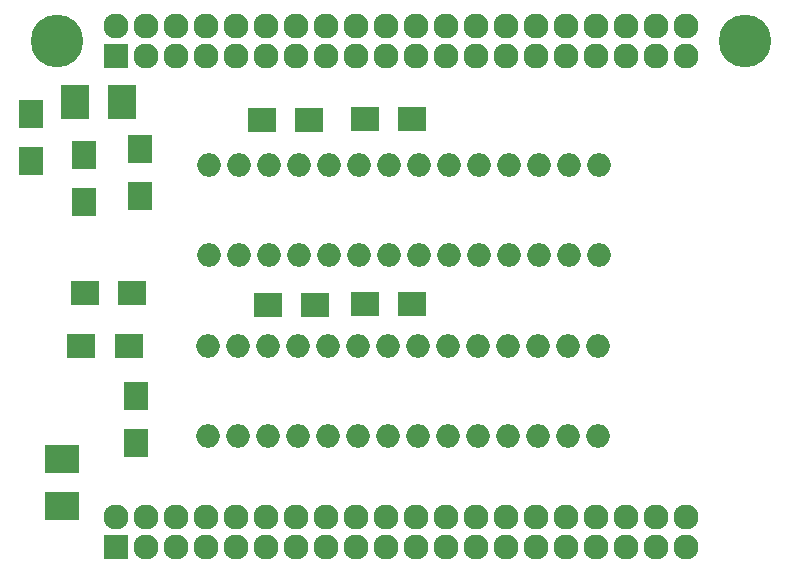
<source format=gbr>
G04 #@! TF.FileFunction,Soldermask,Top*
%FSLAX46Y46*%
G04 Gerber Fmt 4.6, Leading zero omitted, Abs format (unit mm)*
G04 Created by KiCad (PCBNEW 4.0.1-3.201512221401+6198~38~ubuntu15.10.1-stable) date Mon 19 Dec 2016 04:42:47 PM PST*
%MOMM*%
G01*
G04 APERTURE LIST*
%ADD10C,0.100000*%
%ADD11C,4.464000*%
%ADD12R,2.400000X2.000000*%
%ADD13R,2.400000X2.900000*%
%ADD14R,2.127200X2.127200*%
%ADD15O,2.127200X2.127200*%
%ADD16R,2.400000X2.100000*%
%ADD17R,2.100000X2.400000*%
%ADD18O,2.000000X2.000000*%
%ADD19R,2.900000X2.400000*%
%ADD20R,2.000000X2.400000*%
G04 APERTURE END LIST*
D10*
D11*
X100000000Y-50000000D03*
D12*
X121875000Y-72290000D03*
X117875000Y-72290000D03*
X126030000Y-72200000D03*
X130030000Y-72200000D03*
D13*
X105480000Y-55115000D03*
X101480000Y-55115000D03*
D12*
X121335000Y-56670000D03*
X117335000Y-56670000D03*
X126030000Y-56580000D03*
X130030000Y-56580000D03*
D14*
X105000000Y-92795000D03*
D15*
X105000000Y-90255000D03*
X107540000Y-92795000D03*
X107540000Y-90255000D03*
X110080000Y-92795000D03*
X110080000Y-90255000D03*
X112620000Y-92795000D03*
X112620000Y-90255000D03*
X115160000Y-92795000D03*
X115160000Y-90255000D03*
X117700000Y-92795000D03*
X117700000Y-90255000D03*
X120240000Y-92795000D03*
X120240000Y-90255000D03*
X122780000Y-92795000D03*
X122780000Y-90255000D03*
X125320000Y-92795000D03*
X125320000Y-90255000D03*
X127860000Y-92795000D03*
X127860000Y-90255000D03*
X130400000Y-92795000D03*
X130400000Y-90255000D03*
X132940000Y-92795000D03*
X132940000Y-90255000D03*
X135480000Y-92795000D03*
X135480000Y-90255000D03*
X138020000Y-92795000D03*
X138020000Y-90255000D03*
X140560000Y-92795000D03*
X140560000Y-90255000D03*
X143100000Y-92795000D03*
X143100000Y-90255000D03*
X145640000Y-92795000D03*
X145640000Y-90255000D03*
X148180000Y-92795000D03*
X148180000Y-90255000D03*
X150720000Y-92795000D03*
X150720000Y-90255000D03*
X153260000Y-92795000D03*
X153260000Y-90255000D03*
D14*
X105000000Y-51275000D03*
D15*
X105000000Y-48735000D03*
X107540000Y-51275000D03*
X107540000Y-48735000D03*
X110080000Y-51275000D03*
X110080000Y-48735000D03*
X112620000Y-51275000D03*
X112620000Y-48735000D03*
X115160000Y-51275000D03*
X115160000Y-48735000D03*
X117700000Y-51275000D03*
X117700000Y-48735000D03*
X120240000Y-51275000D03*
X120240000Y-48735000D03*
X122780000Y-51275000D03*
X122780000Y-48735000D03*
X125320000Y-51275000D03*
X125320000Y-48735000D03*
X127860000Y-51275000D03*
X127860000Y-48735000D03*
X130400000Y-51275000D03*
X130400000Y-48735000D03*
X132940000Y-51275000D03*
X132940000Y-48735000D03*
X135480000Y-51275000D03*
X135480000Y-48735000D03*
X138020000Y-51275000D03*
X138020000Y-48735000D03*
X140560000Y-51275000D03*
X140560000Y-48735000D03*
X143100000Y-51275000D03*
X143100000Y-48735000D03*
X145640000Y-51275000D03*
X145640000Y-48735000D03*
X148180000Y-51275000D03*
X148180000Y-48735000D03*
X150720000Y-51275000D03*
X150720000Y-48735000D03*
X153260000Y-51275000D03*
X153260000Y-48735000D03*
D16*
X102370000Y-71335000D03*
X106370000Y-71335000D03*
X102065000Y-75760000D03*
X106065000Y-75760000D03*
D17*
X102250000Y-63590000D03*
X102250000Y-59590000D03*
X106980000Y-59130000D03*
X106980000Y-63130000D03*
X106675000Y-80000000D03*
X106675000Y-84000000D03*
D18*
X145890000Y-60430000D03*
X143350000Y-60430000D03*
X140810000Y-60430000D03*
X138270000Y-60430000D03*
X135730000Y-60430000D03*
X133190000Y-60430000D03*
X130650000Y-60430000D03*
X128110000Y-60430000D03*
X125570000Y-60430000D03*
X123030000Y-60430000D03*
X120490000Y-60430000D03*
X117950000Y-60430000D03*
X115410000Y-60430000D03*
X112870000Y-60430000D03*
X112870000Y-68050000D03*
X115410000Y-68050000D03*
X117950000Y-68050000D03*
X120490000Y-68050000D03*
X123030000Y-68050000D03*
X125570000Y-68050000D03*
X128110000Y-68050000D03*
X130650000Y-68050000D03*
X133190000Y-68050000D03*
X135730000Y-68050000D03*
X138270000Y-68050000D03*
X140810000Y-68050000D03*
X143350000Y-68050000D03*
X145890000Y-68050000D03*
X145785000Y-75810000D03*
X143245000Y-75810000D03*
X140705000Y-75810000D03*
X138165000Y-75810000D03*
X135625000Y-75810000D03*
X133085000Y-75810000D03*
X130545000Y-75810000D03*
X128005000Y-75810000D03*
X125465000Y-75810000D03*
X122925000Y-75810000D03*
X120385000Y-75810000D03*
X117845000Y-75810000D03*
X115305000Y-75810000D03*
X112765000Y-75810000D03*
X112765000Y-83430000D03*
X115305000Y-83430000D03*
X117845000Y-83430000D03*
X120385000Y-83430000D03*
X122925000Y-83430000D03*
X125465000Y-83430000D03*
X128005000Y-83430000D03*
X130545000Y-83430000D03*
X133085000Y-83430000D03*
X135625000Y-83430000D03*
X138165000Y-83430000D03*
X140705000Y-83430000D03*
X143245000Y-83430000D03*
X145785000Y-83430000D03*
D11*
X158260000Y-50000000D03*
D19*
X100375000Y-89355000D03*
X100375000Y-85355000D03*
D20*
X97760000Y-56130000D03*
X97760000Y-60130000D03*
M02*

</source>
